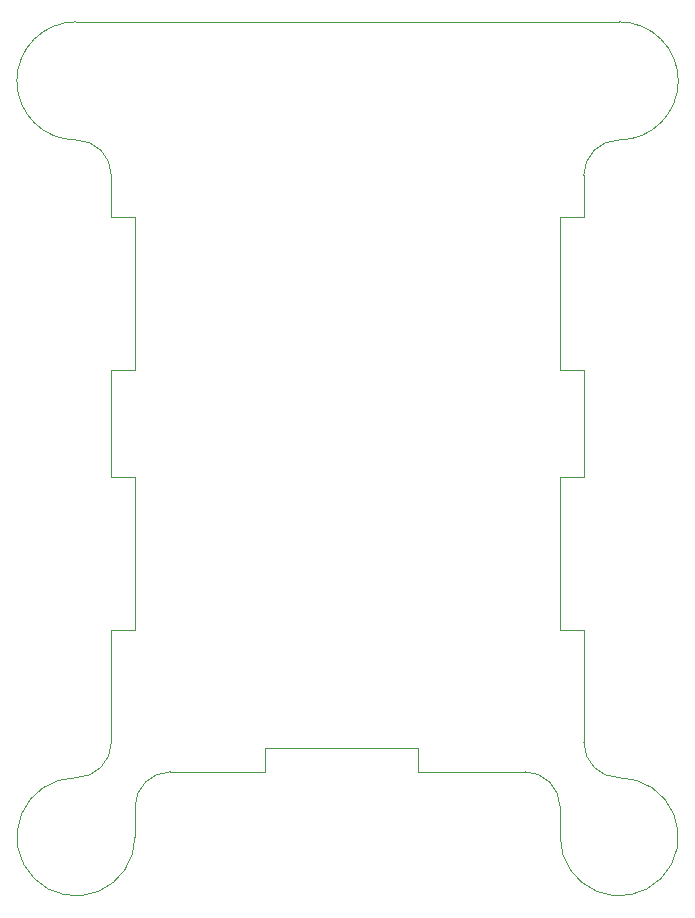
<source format=gbr>
G04 #@! TF.GenerationSoftware,KiCad,Pcbnew,5.1.6-c6e7f7d~87~ubuntu18.04.1*
G04 #@! TF.CreationDate,2021-01-12T05:29:31+00:00*
G04 #@! TF.ProjectId,amp,616d702e-6b69-4636-9164-5f7063625858,rev?*
G04 #@! TF.SameCoordinates,Original*
G04 #@! TF.FileFunction,Profile,NP*
%FSLAX46Y46*%
G04 Gerber Fmt 4.6, Leading zero omitted, Abs format (unit mm)*
G04 Created by KiCad (PCBNEW 5.1.6-c6e7f7d~87~ubuntu18.04.1) date 2021-01-12 05:29:31*
%MOMM*%
%LPD*%
G01*
G04 APERTURE LIST*
G04 #@! TA.AperFunction,Profile*
%ADD10C,0.050000*%
G04 #@! TD*
G04 APERTURE END LIST*
D10*
X153000000Y-119500000D02*
G75*
G02*
X156000000Y-122500000I0J-3000000D01*
G01*
X118000000Y-69000000D02*
X118000000Y-72500000D01*
X161000000Y-56000000D02*
X115000000Y-56000000D01*
X158000000Y-72500000D02*
X158000000Y-69000000D01*
X161000000Y-56000000D02*
G75*
G02*
X161000000Y-66000000I0J-5000000D01*
G01*
X158000000Y-69000000D02*
G75*
G02*
X161000000Y-66000000I3000000J0D01*
G01*
X115000000Y-56000000D02*
G75*
G03*
X115000000Y-66000000I0J-5000000D01*
G01*
X118000000Y-69000000D02*
G75*
G03*
X115000000Y-66000000I-3000000J0D01*
G01*
X158000000Y-117000000D02*
G75*
G03*
X161000000Y-120000000I3000000J0D01*
G01*
X156000000Y-125000000D02*
G75*
G03*
X161000000Y-120000000I5000000J0D01*
G01*
X156000000Y-125000000D02*
X156000000Y-122500000D01*
X144000000Y-119500000D02*
X153000000Y-119500000D01*
X144000000Y-117500000D02*
X144000000Y-119500000D01*
X131000000Y-117500000D02*
X144000000Y-117500000D01*
X131000000Y-119500000D02*
X131000000Y-117500000D01*
X123000000Y-119500000D02*
X131000000Y-119500000D01*
X120000000Y-125000000D02*
X120000000Y-122500000D01*
X123000000Y-119500000D02*
G75*
G03*
X120000000Y-122500000I0J-3000000D01*
G01*
X120000000Y-125000000D02*
G75*
G02*
X115000000Y-120000000I-5000000J0D01*
G01*
X118000000Y-117000000D02*
X118000000Y-111500000D01*
X118000000Y-117000000D02*
G75*
G02*
X115000000Y-120000000I-3000000J0D01*
G01*
X158000000Y-107500000D02*
X158000000Y-117000000D01*
X156000000Y-107500000D02*
X158000000Y-107500000D01*
X156000000Y-94500000D02*
X156000000Y-107500000D01*
X158000000Y-94500000D02*
X156000000Y-94500000D01*
X158000000Y-85500000D02*
X158000000Y-94500000D01*
X156000000Y-85500000D02*
X158000000Y-85500000D01*
X156000000Y-72500000D02*
X156000000Y-85500000D01*
X158000000Y-72500000D02*
X156000000Y-72500000D01*
X118000000Y-107500000D02*
X118000000Y-111500000D01*
X120000000Y-107500000D02*
X118000000Y-107500000D01*
X120000000Y-94500000D02*
X120000000Y-107500000D01*
X118000000Y-94500000D02*
X120000000Y-94500000D01*
X118000000Y-85500000D02*
X118000000Y-94500000D01*
X120000000Y-85500000D02*
X118000000Y-85500000D01*
X120000000Y-72500000D02*
X120000000Y-85500000D01*
X118000000Y-72500000D02*
X120000000Y-72500000D01*
M02*

</source>
